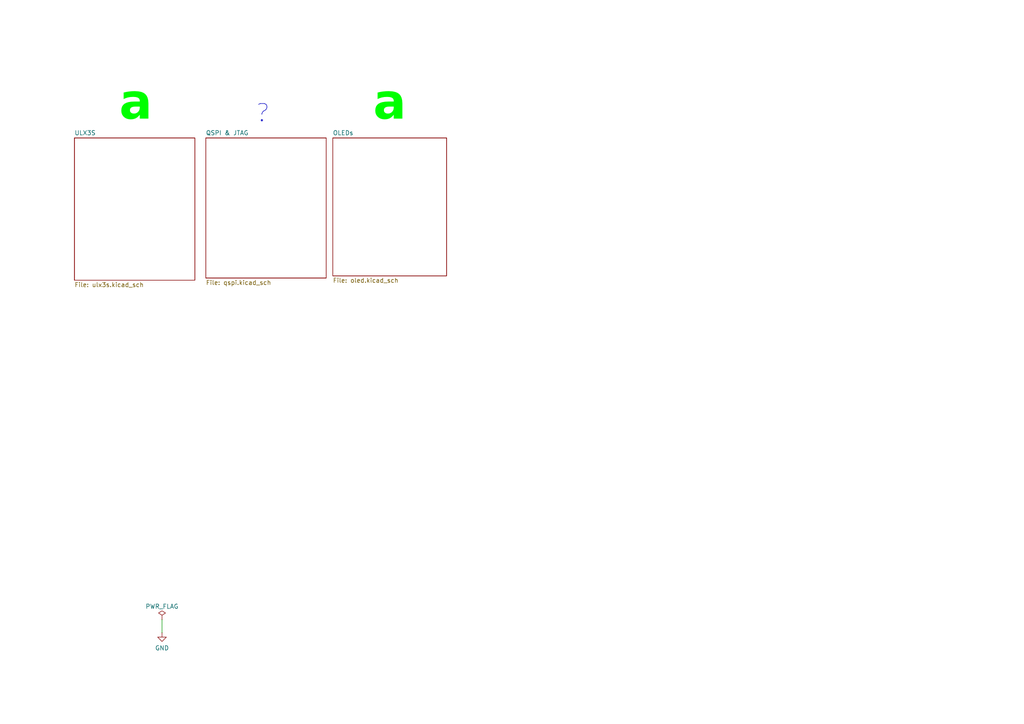
<source format=kicad_sch>
(kicad_sch (version 20231120) (generator "eeschema") (generator_version "8.0")
  (paper "A4")
  (lib_symbols
    (symbol "power:GND" (power) (pin_numbers hide) (pin_names (offset 0) hide)
      (property "Value" "GND" (at 0 -3.81 0))
      (symbol "GND_0_1"
        (polyline (pts (xy 0 0) (xy 0 -1.27) (xy 1.27 -1.27) (xy 0 -2.54) (xy -1.27 -1.27) (xy 0 -1.27)))
      )
      (symbol "GND_1_1"
        (pin power_in line (at 0 0 270) (length 0) (name "~") (number "1"))
      )
    )
    (symbol "power:PWR_FLAG" (power) (pin_numbers hide) (pin_names (offset 0) hide)
      (property "Value" "PWR_FLAG" (at 0 3.81 0))
      (symbol "PWR_FLAG_0_0"
        (pin power_out line (at 0 0 90) (length 0) (name "~") (number "1"))
      )
      (symbol "PWR_FLAG_0_1"
        (polyline (pts (xy 0 0) (xy 0 1.27) (xy -1.016 1.905) (xy 0 2.54) (xy 1.016 1.905) (xy 0 1.27)))
      )
    )
  )
  (wire (pts (xy 46.99 179.705) (xy 46.99 183.515)))
  (text "a" (at 39.37 33.02 0) (effects (font (size 10.16 10.16) (thickness 1.016) (bold yes))))
  (text "?" (at 76.2 33.02 0) (effects (font (size 5.08 5.08))))
  (text "a" (at 113.03 33.02 0) (effects (font (size 10.16 10.16) (thickness 1.016) (bold yes))))
  (symbol (lib_id "power:PWR_FLAG") (at 46.99 179.705 0) (unit 1)
    (property "Reference" "#FLG01" (effects (hide yes)))
    (property "Value" "PWR_FLAG" (at 46.99 175.895 0))
    (property "Description" "Special symbol for telling ERC where power comes from" (effects (hide yes)))
  )
  (symbol (lib_id "power:GND") (at 46.99 183.515 0) (unit 1)
    (property "Reference" "#PWR017" (effects (hide yes)))
    (property "Value" "GND" (at 46.99 187.96 0))
    (property "Description" "Power symbol creates a global label with name \"GND\" , ground" (effects (hide yes)))
  )
  (sheet (at 59.69 40.005) (size 34.925 40.64) (stroke (width 0.1524))
    (property "Sheetname" "QSPI & JTAG" (at 59.69 39.2934 0) (effects (justify left bottom)))
    (property "Sheetfile" "qspi.kicad_sch" (at 59.69 81.2296 0) (effects (justify left top)))
  )
  (sheet (at 21.59 40.005) (size 34.925 41.275) (stroke (width 0.1524))
    (property "Sheetname" "ULX3S" (at 21.59 39.2934 0) (effects (justify left bottom)))
    (property "Sheetfile" "ulx3s.kicad_sch" (at 21.59 81.8646 0) (effects (justify left top)))
  )
  (sheet (at 96.52 40.005) (size 33.02 40.005) (stroke (width 0.1524))
    (property "Sheetname" "OLEDs" (at 96.52 39.2934 0) (effects (justify left bottom)))
    (property "Sheetfile" "oled.kicad_sch" (at 96.52 80.5946 0) (effects (justify left top)))
  )
)
</source>
